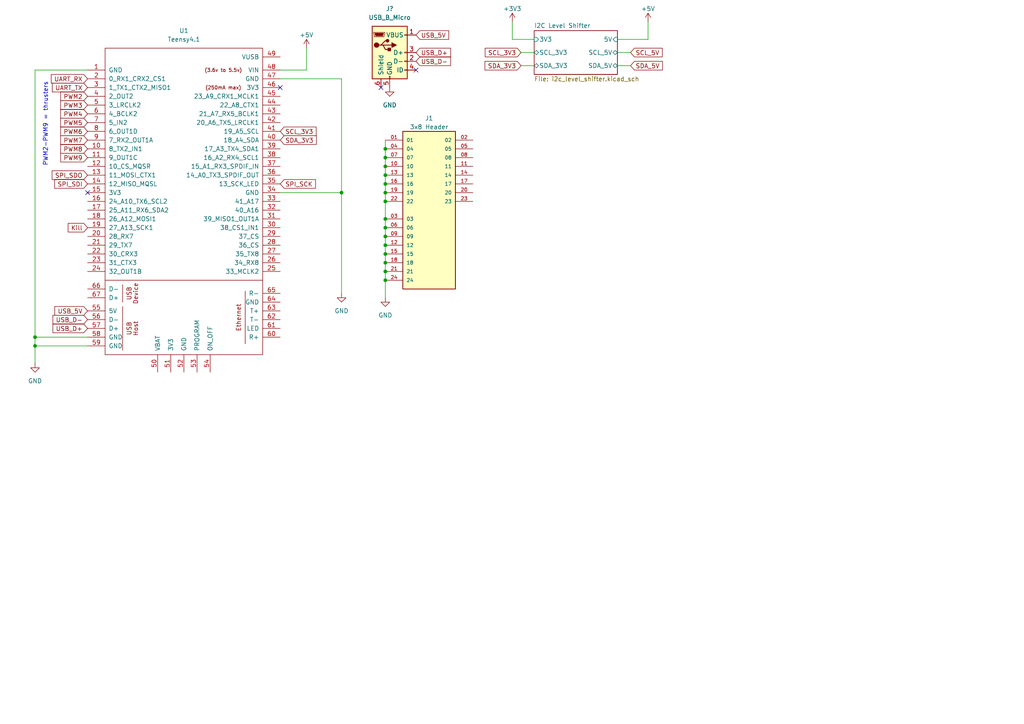
<source format=kicad_sch>
(kicad_sch (version 20230121) (generator eeschema)

  (uuid 74b566fe-9d71-4817-95ed-d472d647f8c8)

  (paper "A4")

  (title_block
    (title "MuddSub Signal Board")
    (date "2023-02-25")
    (rev "1")
  )

  (lib_symbols
    (symbol "3x8 Header:TSW-108-07-G-T" (pin_names (offset 1.016)) (in_bom yes) (on_board yes)
      (property "Reference" "J" (at -8.12 22.86 0)
        (effects (font (size 1.27 1.27)) (justify left bottom))
      )
      (property "Value" "TSW-108-07-G-T" (at -7.62 -25.4 0)
        (effects (font (size 1.27 1.27)) (justify left bottom))
      )
      (property "Footprint" "SAMTEC_TSW-108-07-G-T" (at 0 0 0)
        (effects (font (size 1.27 1.27)) (justify bottom) hide)
      )
      (property "Datasheet" "" (at 0 0 0)
        (effects (font (size 1.27 1.27)) hide)
      )
      (property "STANDARD" "Manufacturer Recommendations" (at 0 0 0)
        (effects (font (size 1.27 1.27)) (justify bottom) hide)
      )
      (property "PARTREV" "R" (at 0 0 0)
        (effects (font (size 1.27 1.27)) (justify bottom) hide)
      )
      (property "MANUFACTURER" "Samtec" (at 0 0 0)
        (effects (font (size 1.27 1.27)) (justify bottom) hide)
      )
      (symbol "TSW-108-07-G-T_0_0"
        (rectangle (start -7.62 -22.86) (end 7.62 22.86)
          (stroke (width 0.254) (type default))
          (fill (type background))
        )
        (pin passive line (at -12.7 20.32 0) (length 5.08)
          (name "01" (effects (font (size 1.016 1.016))))
          (number "01" (effects (font (size 1.016 1.016))))
        )
        (pin passive line (at 12.7 20.32 180) (length 5.08)
          (name "02" (effects (font (size 1.016 1.016))))
          (number "02" (effects (font (size 1.016 1.016))))
        )
        (pin passive line (at -12.7 -2.54 0) (length 5.08)
          (name "03" (effects (font (size 1.016 1.016))))
          (number "03" (effects (font (size 1.016 1.016))))
        )
        (pin passive line (at -12.7 17.78 0) (length 5.08)
          (name "04" (effects (font (size 1.016 1.016))))
          (number "04" (effects (font (size 1.016 1.016))))
        )
        (pin passive line (at 12.7 17.78 180) (length 5.08)
          (name "05" (effects (font (size 1.016 1.016))))
          (number "05" (effects (font (size 1.016 1.016))))
        )
        (pin passive line (at -12.7 -5.08 0) (length 5.08)
          (name "06" (effects (font (size 1.016 1.016))))
          (number "06" (effects (font (size 1.016 1.016))))
        )
        (pin passive line (at -12.7 15.24 0) (length 5.08)
          (name "07" (effects (font (size 1.016 1.016))))
          (number "07" (effects (font (size 1.016 1.016))))
        )
        (pin passive line (at 12.7 15.24 180) (length 5.08)
          (name "08" (effects (font (size 1.016 1.016))))
          (number "08" (effects (font (size 1.016 1.016))))
        )
        (pin passive line (at -12.7 -7.62 0) (length 5.08)
          (name "09" (effects (font (size 1.016 1.016))))
          (number "09" (effects (font (size 1.016 1.016))))
        )
        (pin passive line (at -12.7 12.7 0) (length 5.08)
          (name "10" (effects (font (size 1.016 1.016))))
          (number "10" (effects (font (size 1.016 1.016))))
        )
        (pin passive line (at 12.7 12.7 180) (length 5.08)
          (name "11" (effects (font (size 1.016 1.016))))
          (number "11" (effects (font (size 1.016 1.016))))
        )
        (pin passive line (at -12.7 -10.16 0) (length 5.08)
          (name "12" (effects (font (size 1.016 1.016))))
          (number "12" (effects (font (size 1.016 1.016))))
        )
        (pin passive line (at -12.7 10.16 0) (length 5.08)
          (name "13" (effects (font (size 1.016 1.016))))
          (number "13" (effects (font (size 1.016 1.016))))
        )
        (pin passive line (at 12.7 10.16 180) (length 5.08)
          (name "14" (effects (font (size 1.016 1.016))))
          (number "14" (effects (font (size 1.016 1.016))))
        )
        (pin passive line (at -12.7 -12.7 0) (length 5.08)
          (name "15" (effects (font (size 1.016 1.016))))
          (number "15" (effects (font (size 1.016 1.016))))
        )
        (pin passive line (at -12.7 7.62 0) (length 5.08)
          (name "16" (effects (font (size 1.016 1.016))))
          (number "16" (effects (font (size 1.016 1.016))))
        )
        (pin passive line (at 12.7 7.62 180) (length 5.08)
          (name "17" (effects (font (size 1.016 1.016))))
          (number "17" (effects (font (size 1.016 1.016))))
        )
        (pin passive line (at -12.7 -15.24 0) (length 5.08)
          (name "18" (effects (font (size 1.016 1.016))))
          (number "18" (effects (font (size 1.016 1.016))))
        )
        (pin passive line (at -12.7 5.08 0) (length 5.08)
          (name "19" (effects (font (size 1.016 1.016))))
          (number "19" (effects (font (size 1.016 1.016))))
        )
        (pin passive line (at 12.7 5.08 180) (length 5.08)
          (name "20" (effects (font (size 1.016 1.016))))
          (number "20" (effects (font (size 1.016 1.016))))
        )
        (pin passive line (at -12.7 -17.78 0) (length 5.08)
          (name "21" (effects (font (size 1.016 1.016))))
          (number "21" (effects (font (size 1.016 1.016))))
        )
        (pin passive line (at -12.7 2.54 0) (length 5.08)
          (name "22" (effects (font (size 1.016 1.016))))
          (number "22" (effects (font (size 1.016 1.016))))
        )
        (pin passive line (at 12.7 2.54 180) (length 5.08)
          (name "23" (effects (font (size 1.016 1.016))))
          (number "23" (effects (font (size 1.016 1.016))))
        )
        (pin passive line (at -12.7 -20.32 0) (length 5.08)
          (name "24" (effects (font (size 1.016 1.016))))
          (number "24" (effects (font (size 1.016 1.016))))
        )
      )
    )
    (symbol "Connector:USB_B_Micro" (pin_names (offset 1.016)) (in_bom yes) (on_board yes)
      (property "Reference" "J" (at -5.08 11.43 0)
        (effects (font (size 1.27 1.27)) (justify left))
      )
      (property "Value" "USB_B_Micro" (at -5.08 8.89 0)
        (effects (font (size 1.27 1.27)) (justify left))
      )
      (property "Footprint" "" (at 3.81 -1.27 0)
        (effects (font (size 1.27 1.27)) hide)
      )
      (property "Datasheet" "~" (at 3.81 -1.27 0)
        (effects (font (size 1.27 1.27)) hide)
      )
      (property "ki_keywords" "connector USB micro" (at 0 0 0)
        (effects (font (size 1.27 1.27)) hide)
      )
      (property "ki_description" "USB Micro Type B connector" (at 0 0 0)
        (effects (font (size 1.27 1.27)) hide)
      )
      (property "ki_fp_filters" "USB*" (at 0 0 0)
        (effects (font (size 1.27 1.27)) hide)
      )
      (symbol "USB_B_Micro_0_1"
        (rectangle (start -5.08 -7.62) (end 5.08 7.62)
          (stroke (width 0.254) (type default))
          (fill (type background))
        )
        (circle (center -3.81 2.159) (radius 0.635)
          (stroke (width 0.254) (type default))
          (fill (type outline))
        )
        (circle (center -0.635 3.429) (radius 0.381)
          (stroke (width 0.254) (type default))
          (fill (type outline))
        )
        (rectangle (start -0.127 -7.62) (end 0.127 -6.858)
          (stroke (width 0) (type default))
          (fill (type none))
        )
        (polyline
          (pts
            (xy -1.905 2.159)
            (xy 0.635 2.159)
          )
          (stroke (width 0.254) (type default))
          (fill (type none))
        )
        (polyline
          (pts
            (xy -3.175 2.159)
            (xy -2.54 2.159)
            (xy -1.27 3.429)
            (xy -0.635 3.429)
          )
          (stroke (width 0.254) (type default))
          (fill (type none))
        )
        (polyline
          (pts
            (xy -2.54 2.159)
            (xy -1.905 2.159)
            (xy -1.27 0.889)
            (xy 0 0.889)
          )
          (stroke (width 0.254) (type default))
          (fill (type none))
        )
        (polyline
          (pts
            (xy 0.635 2.794)
            (xy 0.635 1.524)
            (xy 1.905 2.159)
            (xy 0.635 2.794)
          )
          (stroke (width 0.254) (type default))
          (fill (type outline))
        )
        (polyline
          (pts
            (xy -4.318 5.588)
            (xy -1.778 5.588)
            (xy -2.032 4.826)
            (xy -4.064 4.826)
            (xy -4.318 5.588)
          )
          (stroke (width 0) (type default))
          (fill (type outline))
        )
        (polyline
          (pts
            (xy -4.699 5.842)
            (xy -4.699 5.588)
            (xy -4.445 4.826)
            (xy -4.445 4.572)
            (xy -1.651 4.572)
            (xy -1.651 4.826)
            (xy -1.397 5.588)
            (xy -1.397 5.842)
            (xy -4.699 5.842)
          )
          (stroke (width 0) (type default))
          (fill (type none))
        )
        (rectangle (start 0.254 1.27) (end -0.508 0.508)
          (stroke (width 0.254) (type default))
          (fill (type outline))
        )
        (rectangle (start 5.08 -5.207) (end 4.318 -4.953)
          (stroke (width 0) (type default))
          (fill (type none))
        )
        (rectangle (start 5.08 -2.667) (end 4.318 -2.413)
          (stroke (width 0) (type default))
          (fill (type none))
        )
        (rectangle (start 5.08 -0.127) (end 4.318 0.127)
          (stroke (width 0) (type default))
          (fill (type none))
        )
        (rectangle (start 5.08 4.953) (end 4.318 5.207)
          (stroke (width 0) (type default))
          (fill (type none))
        )
      )
      (symbol "USB_B_Micro_1_1"
        (pin power_out line (at 7.62 5.08 180) (length 2.54)
          (name "VBUS" (effects (font (size 1.27 1.27))))
          (number "1" (effects (font (size 1.27 1.27))))
        )
        (pin bidirectional line (at 7.62 -2.54 180) (length 2.54)
          (name "D-" (effects (font (size 1.27 1.27))))
          (number "2" (effects (font (size 1.27 1.27))))
        )
        (pin bidirectional line (at 7.62 0 180) (length 2.54)
          (name "D+" (effects (font (size 1.27 1.27))))
          (number "3" (effects (font (size 1.27 1.27))))
        )
        (pin passive line (at 7.62 -5.08 180) (length 2.54)
          (name "ID" (effects (font (size 1.27 1.27))))
          (number "4" (effects (font (size 1.27 1.27))))
        )
        (pin power_out line (at 0 -10.16 90) (length 2.54)
          (name "GND" (effects (font (size 1.27 1.27))))
          (number "5" (effects (font (size 1.27 1.27))))
        )
        (pin passive line (at -2.54 -10.16 90) (length 2.54)
          (name "Shield" (effects (font (size 1.27 1.27))))
          (number "6" (effects (font (size 1.27 1.27))))
        )
      )
    )
    (symbol "Teensy:Teensy4.1" (pin_names (offset 1.016)) (in_bom yes) (on_board yes)
      (property "Reference" "U" (at 0 64.77 0)
        (effects (font (size 1.27 1.27)))
      )
      (property "Value" "Teensy4.1" (at 0 62.23 0)
        (effects (font (size 1.27 1.27)))
      )
      (property "Footprint" "" (at -10.16 10.16 0)
        (effects (font (size 1.27 1.27)) hide)
      )
      (property "Datasheet" "" (at -10.16 10.16 0)
        (effects (font (size 1.27 1.27)) hide)
      )
      (symbol "Teensy4.1_0_0"
        (polyline
          (pts
            (xy -22.86 -6.35)
            (xy 22.86 -6.35)
          )
          (stroke (width 0) (type default))
          (fill (type none))
        )
        (polyline
          (pts
            (xy -17.78 -26.67)
            (xy -17.78 -13.97)
          )
          (stroke (width 0) (type default))
          (fill (type none))
        )
        (polyline
          (pts
            (xy -17.78 -7.62)
            (xy -17.78 -12.7)
          )
          (stroke (width 0) (type default))
          (fill (type none))
        )
        (polyline
          (pts
            (xy 17.78 -9.525)
            (xy 17.78 -24.765)
          )
          (stroke (width 0) (type default))
          (fill (type none))
        )
        (text "(250mA max)" (at 11.43 49.53 0)
          (effects (font (size 1.016 1.016)))
        )
        (text "(3.6v to 5.5v)" (at 11.43 54.61 0)
          (effects (font (size 1.016 1.016)))
        )
        (text "Device" (at -13.97 -10.16 900)
          (effects (font (size 1.27 1.27)))
        )
        (text "Ethernet" (at 15.875 -17.145 900)
          (effects (font (size 1.27 1.27)))
        )
        (text "Host" (at -13.97 -20.32 900)
          (effects (font (size 1.27 1.27)))
        )
        (text "USB" (at -15.875 -20.32 900)
          (effects (font (size 1.27 1.27)))
        )
        (text "USB" (at -15.875 -10.16 900)
          (effects (font (size 1.27 1.27)))
        )
        (pin bidirectional line (at -27.94 31.75 0) (length 5.08)
          (name "8_TX2_IN1" (effects (font (size 1.27 1.27))))
          (number "10" (effects (font (size 1.27 1.27))))
        )
        (pin bidirectional line (at -27.94 29.21 0) (length 5.08)
          (name "9_OUT1C" (effects (font (size 1.27 1.27))))
          (number "11" (effects (font (size 1.27 1.27))))
        )
        (pin bidirectional line (at -27.94 26.67 0) (length 5.08)
          (name "10_CS_MQSR" (effects (font (size 1.27 1.27))))
          (number "12" (effects (font (size 1.27 1.27))))
        )
        (pin bidirectional line (at -27.94 24.13 0) (length 5.08)
          (name "11_MOSI_CTX1" (effects (font (size 1.27 1.27))))
          (number "13" (effects (font (size 1.27 1.27))))
        )
        (pin bidirectional line (at -27.94 21.59 0) (length 5.08)
          (name "12_MISO_MQSL" (effects (font (size 1.27 1.27))))
          (number "14" (effects (font (size 1.27 1.27))))
        )
        (pin power_in line (at -27.94 19.05 0) (length 5.08)
          (name "3V3" (effects (font (size 1.27 1.27))))
          (number "15" (effects (font (size 1.27 1.27))))
        )
        (pin bidirectional line (at -27.94 16.51 0) (length 5.08)
          (name "24_A10_TX6_SCL2" (effects (font (size 1.27 1.27))))
          (number "16" (effects (font (size 1.27 1.27))))
        )
        (pin bidirectional line (at -27.94 13.97 0) (length 5.08)
          (name "25_A11_RX6_SDA2" (effects (font (size 1.27 1.27))))
          (number "17" (effects (font (size 1.27 1.27))))
        )
        (pin bidirectional line (at -27.94 11.43 0) (length 5.08)
          (name "26_A12_MOSI1" (effects (font (size 1.27 1.27))))
          (number "18" (effects (font (size 1.27 1.27))))
        )
        (pin bidirectional line (at -27.94 8.89 0) (length 5.08)
          (name "27_A13_SCK1" (effects (font (size 1.27 1.27))))
          (number "19" (effects (font (size 1.27 1.27))))
        )
        (pin bidirectional line (at -27.94 6.35 0) (length 5.08)
          (name "28_RX7" (effects (font (size 1.27 1.27))))
          (number "20" (effects (font (size 1.27 1.27))))
        )
        (pin bidirectional line (at -27.94 3.81 0) (length 5.08)
          (name "29_TX7" (effects (font (size 1.27 1.27))))
          (number "21" (effects (font (size 1.27 1.27))))
        )
        (pin bidirectional line (at -27.94 1.27 0) (length 5.08)
          (name "30_CRX3" (effects (font (size 1.27 1.27))))
          (number "22" (effects (font (size 1.27 1.27))))
        )
        (pin bidirectional line (at -27.94 -1.27 0) (length 5.08)
          (name "31_CTX3" (effects (font (size 1.27 1.27))))
          (number "23" (effects (font (size 1.27 1.27))))
        )
        (pin bidirectional line (at -27.94 -3.81 0) (length 5.08)
          (name "32_OUT1B" (effects (font (size 1.27 1.27))))
          (number "24" (effects (font (size 1.27 1.27))))
        )
        (pin bidirectional line (at 27.94 -3.81 180) (length 5.08)
          (name "33_MCLK2" (effects (font (size 1.27 1.27))))
          (number "25" (effects (font (size 1.27 1.27))))
        )
        (pin bidirectional line (at 27.94 -1.27 180) (length 5.08)
          (name "34_RX8" (effects (font (size 1.27 1.27))))
          (number "26" (effects (font (size 1.27 1.27))))
        )
        (pin bidirectional line (at 27.94 1.27 180) (length 5.08)
          (name "35_TX8" (effects (font (size 1.27 1.27))))
          (number "27" (effects (font (size 1.27 1.27))))
        )
        (pin bidirectional line (at 27.94 3.81 180) (length 5.08)
          (name "36_CS" (effects (font (size 1.27 1.27))))
          (number "28" (effects (font (size 1.27 1.27))))
        )
        (pin bidirectional line (at 27.94 6.35 180) (length 5.08)
          (name "37_CS" (effects (font (size 1.27 1.27))))
          (number "29" (effects (font (size 1.27 1.27))))
        )
        (pin bidirectional line (at 27.94 8.89 180) (length 5.08)
          (name "38_CS1_IN1" (effects (font (size 1.27 1.27))))
          (number "30" (effects (font (size 1.27 1.27))))
        )
        (pin bidirectional line (at 27.94 11.43 180) (length 5.08)
          (name "39_MISO1_OUT1A" (effects (font (size 1.27 1.27))))
          (number "31" (effects (font (size 1.27 1.27))))
        )
        (pin bidirectional line (at 27.94 13.97 180) (length 5.08)
          (name "40_A16" (effects (font (size 1.27 1.27))))
          (number "32" (effects (font (size 1.27 1.27))))
        )
        (pin bidirectional line (at 27.94 16.51 180) (length 5.08)
          (name "41_A17" (effects (font (size 1.27 1.27))))
          (number "33" (effects (font (size 1.27 1.27))))
        )
        (pin bidirectional line (at 27.94 21.59 180) (length 5.08)
          (name "13_SCK_LED" (effects (font (size 1.27 1.27))))
          (number "35" (effects (font (size 1.27 1.27))))
        )
        (pin bidirectional line (at 27.94 24.13 180) (length 5.08)
          (name "14_A0_TX3_SPDIF_OUT" (effects (font (size 1.27 1.27))))
          (number "36" (effects (font (size 1.27 1.27))))
        )
        (pin bidirectional line (at 27.94 26.67 180) (length 5.08)
          (name "15_A1_RX3_SPDIF_IN" (effects (font (size 1.27 1.27))))
          (number "37" (effects (font (size 1.27 1.27))))
        )
        (pin bidirectional line (at 27.94 29.21 180) (length 5.08)
          (name "16_A2_RX4_SCL1" (effects (font (size 1.27 1.27))))
          (number "38" (effects (font (size 1.27 1.27))))
        )
        (pin bidirectional line (at 27.94 31.75 180) (length 5.08)
          (name "17_A3_TX4_SDA1" (effects (font (size 1.27 1.27))))
          (number "39" (effects (font (size 1.27 1.27))))
        )
        (pin bidirectional line (at 27.94 34.29 180) (length 5.08)
          (name "18_A4_SDA" (effects (font (size 1.27 1.27))))
          (number "40" (effects (font (size 1.27 1.27))))
        )
        (pin bidirectional line (at 27.94 36.83 180) (length 5.08)
          (name "19_A5_SCL" (effects (font (size 1.27 1.27))))
          (number "41" (effects (font (size 1.27 1.27))))
        )
        (pin bidirectional line (at 27.94 39.37 180) (length 5.08)
          (name "20_A6_TX5_LRCLK1" (effects (font (size 1.27 1.27))))
          (number "42" (effects (font (size 1.27 1.27))))
        )
        (pin bidirectional line (at 27.94 41.91 180) (length 5.08)
          (name "21_A7_RX5_BCLK1" (effects (font (size 1.27 1.27))))
          (number "43" (effects (font (size 1.27 1.27))))
        )
        (pin bidirectional line (at 27.94 44.45 180) (length 5.08)
          (name "22_A8_CTX1" (effects (font (size 1.27 1.27))))
          (number "44" (effects (font (size 1.27 1.27))))
        )
        (pin bidirectional line (at 27.94 46.99 180) (length 5.08)
          (name "23_A9_CRX1_MCLK1" (effects (font (size 1.27 1.27))))
          (number "45" (effects (font (size 1.27 1.27))))
        )
        (pin output line (at 27.94 49.53 180) (length 5.08)
          (name "3V3" (effects (font (size 1.27 1.27))))
          (number "46" (effects (font (size 1.27 1.27))))
        )
        (pin output line (at 27.94 52.07 180) (length 5.08)
          (name "GND" (effects (font (size 1.27 1.27))))
          (number "47" (effects (font (size 1.27 1.27))))
        )
        (pin power_in line (at 27.94 54.61 180) (length 5.08)
          (name "VIN" (effects (font (size 1.27 1.27))))
          (number "48" (effects (font (size 1.27 1.27))))
        )
        (pin power_out line (at 27.94 58.42 180) (length 5.08)
          (name "VUSB" (effects (font (size 1.27 1.27))))
          (number "49" (effects (font (size 1.27 1.27))))
        )
        (pin bidirectional line (at -27.94 44.45 0) (length 5.08)
          (name "3_LRCLK2" (effects (font (size 1.27 1.27))))
          (number "5" (effects (font (size 1.27 1.27))))
        )
        (pin power_in line (at -7.62 -33.02 90) (length 5.08)
          (name "VBAT" (effects (font (size 1.27 1.27))))
          (number "50" (effects (font (size 1.27 1.27))))
        )
        (pin power_in line (at -3.81 -33.02 90) (length 5.08)
          (name "3V3" (effects (font (size 1.27 1.27))))
          (number "51" (effects (font (size 1.27 1.27))))
        )
        (pin input line (at 0 -33.02 90) (length 5.08)
          (name "GND" (effects (font (size 1.27 1.27))))
          (number "52" (effects (font (size 1.27 1.27))))
        )
        (pin input line (at 3.81 -33.02 90) (length 5.08)
          (name "PROGRAM" (effects (font (size 1.27 1.27))))
          (number "53" (effects (font (size 1.27 1.27))))
        )
        (pin input line (at 7.62 -33.02 90) (length 5.08)
          (name "ON_OFF" (effects (font (size 1.27 1.27))))
          (number "54" (effects (font (size 1.27 1.27))))
        )
        (pin power_out line (at -27.94 -15.24 0) (length 5.08)
          (name "5V" (effects (font (size 1.27 1.27))))
          (number "55" (effects (font (size 1.27 1.27))))
        )
        (pin bidirectional line (at -27.94 -17.78 0) (length 5.08)
          (name "D-" (effects (font (size 1.27 1.27))))
          (number "56" (effects (font (size 1.27 1.27))))
        )
        (pin bidirectional line (at -27.94 -20.32 0) (length 5.08)
          (name "D+" (effects (font (size 1.27 1.27))))
          (number "57" (effects (font (size 1.27 1.27))))
        )
        (pin power_in line (at -27.94 -22.86 0) (length 5.08)
          (name "GND" (effects (font (size 1.27 1.27))))
          (number "58" (effects (font (size 1.27 1.27))))
        )
        (pin power_in line (at -27.94 -25.4 0) (length 5.08)
          (name "GND" (effects (font (size 1.27 1.27))))
          (number "59" (effects (font (size 1.27 1.27))))
        )
        (pin bidirectional line (at -27.94 41.91 0) (length 5.08)
          (name "4_BCLK2" (effects (font (size 1.27 1.27))))
          (number "6" (effects (font (size 1.27 1.27))))
        )
        (pin bidirectional line (at 27.94 -22.86 180) (length 5.08)
          (name "R+" (effects (font (size 1.27 1.27))))
          (number "60" (effects (font (size 1.27 1.27))))
        )
        (pin bidirectional line (at 27.94 -20.32 180) (length 5.08)
          (name "LED" (effects (font (size 1.27 1.27))))
          (number "61" (effects (font (size 1.27 1.27))))
        )
        (pin bidirectional line (at 27.94 -17.78 180) (length 5.08)
          (name "T-" (effects (font (size 1.27 1.27))))
          (number "62" (effects (font (size 1.27 1.27))))
        )
        (pin bidirectional line (at 27.94 -15.24 180) (length 5.08)
          (name "T+" (effects (font (size 1.27 1.27))))
          (number "63" (effects (font (size 1.27 1.27))))
        )
        (pin power_in line (at 27.94 -12.7 180) (length 5.08)
          (name "GND" (effects (font (size 1.27 1.27))))
          (number "64" (effects (font (size 1.27 1.27))))
        )
        (pin bidirectional line (at 27.94 -10.16 180) (length 5.08)
          (name "R-" (effects (font (size 1.27 1.27))))
          (number "65" (effects (font (size 1.27 1.27))))
        )
        (pin bidirectional line (at -27.94 -8.89 0) (length 5.08)
          (name "D-" (effects (font (size 1.27 1.27))))
          (number "66" (effects (font (size 1.27 1.27))))
        )
        (pin bidirectional line (at -27.94 -11.43 0) (length 5.08)
          (name "D+" (effects (font (size 1.27 1.27))))
          (number "67" (effects (font (size 1.27 1.27))))
        )
        (pin bidirectional line (at -27.94 39.37 0) (length 5.08)
          (name "5_IN2" (effects (font (size 1.27 1.27))))
          (number "7" (effects (font (size 1.27 1.27))))
        )
        (pin bidirectional line (at -27.94 36.83 0) (length 5.08)
          (name "6_OUT1D" (effects (font (size 1.27 1.27))))
          (number "8" (effects (font (size 1.27 1.27))))
        )
        (pin bidirectional line (at -27.94 34.29 0) (length 5.08)
          (name "7_RX2_OUT1A" (effects (font (size 1.27 1.27))))
          (number "9" (effects (font (size 1.27 1.27))))
        )
      )
      (symbol "Teensy4.1_0_1"
        (rectangle (start -22.86 60.96) (end 22.86 -27.94)
          (stroke (width 0) (type default))
          (fill (type none))
        )
        (rectangle (start -20.32 -1.27) (end -20.32 -1.27)
          (stroke (width 0) (type default))
          (fill (type none))
        )
      )
      (symbol "Teensy4.1_1_1"
        (pin power_in line (at -27.94 54.61 0) (length 5.08)
          (name "GND" (effects (font (size 1.27 1.27))))
          (number "1" (effects (font (size 1.27 1.27))))
        )
        (pin bidirectional line (at -27.94 52.07 0) (length 5.08)
          (name "0_RX1_CRX2_CS1" (effects (font (size 1.27 1.27))))
          (number "2" (effects (font (size 1.27 1.27))))
        )
        (pin bidirectional line (at -27.94 49.53 0) (length 5.08)
          (name "1_TX1_CTX2_MISO1" (effects (font (size 1.27 1.27))))
          (number "3" (effects (font (size 1.27 1.27))))
        )
        (pin power_in line (at 27.94 19.05 180) (length 5.08)
          (name "GND" (effects (font (size 1.27 1.27))))
          (number "34" (effects (font (size 1.27 1.27))))
        )
        (pin bidirectional line (at -27.94 46.99 0) (length 5.08)
          (name "2_OUT2" (effects (font (size 1.27 1.27))))
          (number "4" (effects (font (size 1.27 1.27))))
        )
      )
    )
    (symbol "power:+3V3" (power) (pin_names (offset 0)) (in_bom yes) (on_board yes)
      (property "Reference" "#PWR" (at 0 -3.81 0)
        (effects (font (size 1.27 1.27)) hide)
      )
      (property "Value" "+3V3" (at 0 3.556 0)
        (effects (font (size 1.27 1.27)))
      )
      (property "Footprint" "" (at 0 0 0)
        (effects (font (size 1.27 1.27)) hide)
      )
      (property "Datasheet" "" (at 0 0 0)
        (effects (font (size 1.27 1.27)) hide)
      )
      (property "ki_keywords" "global power" (at 0 0 0)
        (effects (font (size 1.27 1.27)) hide)
      )
      (property "ki_description" "Power symbol creates a global label with name \"+3V3\"" (at 0 0 0)
        (effects (font (size 1.27 1.27)) hide)
      )
      (symbol "+3V3_0_1"
        (polyline
          (pts
            (xy -0.762 1.27)
            (xy 0 2.54)
          )
          (stroke (width 0) (type default))
          (fill (type none))
        )
        (polyline
          (pts
            (xy 0 0)
            (xy 0 2.54)
          )
          (stroke (width 0) (type default))
          (fill (type none))
        )
        (polyline
          (pts
            (xy 0 2.54)
            (xy 0.762 1.27)
          )
          (stroke (width 0) (type default))
          (fill (type none))
        )
      )
      (symbol "+3V3_1_1"
        (pin power_in line (at 0 0 90) (length 0) hide
          (name "+3V3" (effects (font (size 1.27 1.27))))
          (number "1" (effects (font (size 1.27 1.27))))
        )
      )
    )
    (symbol "power:+5V" (power) (pin_names (offset 0)) (in_bom yes) (on_board yes)
      (property "Reference" "#PWR" (at 0 -3.81 0)
        (effects (font (size 1.27 1.27)) hide)
      )
      (property "Value" "+5V" (at 0 3.556 0)
        (effects (font (size 1.27 1.27)))
      )
      (property "Footprint" "" (at 0 0 0)
        (effects (font (size 1.27 1.27)) hide)
      )
      (property "Datasheet" "" (at 0 0 0)
        (effects (font (size 1.27 1.27)) hide)
      )
      (property "ki_keywords" "global power" (at 0 0 0)
        (effects (font (size 1.27 1.27)) hide)
      )
      (property "ki_description" "Power symbol creates a global label with name \"+5V\"" (at 0 0 0)
        (effects (font (size 1.27 1.27)) hide)
      )
      (symbol "+5V_0_1"
        (polyline
          (pts
            (xy -0.762 1.27)
            (xy 0 2.54)
          )
          (stroke (width 0) (type default))
          (fill (type none))
        )
        (polyline
          (pts
            (xy 0 0)
            (xy 0 2.54)
          )
          (stroke (width 0) (type default))
          (fill (type none))
        )
        (polyline
          (pts
            (xy 0 2.54)
            (xy 0.762 1.27)
          )
          (stroke (width 0) (type default))
          (fill (type none))
        )
      )
      (symbol "+5V_1_1"
        (pin power_in line (at 0 0 90) (length 0) hide
          (name "+5V" (effects (font (size 1.27 1.27))))
          (number "1" (effects (font (size 1.27 1.27))))
        )
      )
    )
    (symbol "power:GND" (power) (pin_names (offset 0)) (in_bom yes) (on_board yes)
      (property "Reference" "#PWR" (at 0 -6.35 0)
        (effects (font (size 1.27 1.27)) hide)
      )
      (property "Value" "GND" (at 0 -3.81 0)
        (effects (font (size 1.27 1.27)))
      )
      (property "Footprint" "" (at 0 0 0)
        (effects (font (size 1.27 1.27)) hide)
      )
      (property "Datasheet" "" (at 0 0 0)
        (effects (font (size 1.27 1.27)) hide)
      )
      (property "ki_keywords" "global power" (at 0 0 0)
        (effects (font (size 1.27 1.27)) hide)
      )
      (property "ki_description" "Power symbol creates a global label with name \"GND\" , ground" (at 0 0 0)
        (effects (font (size 1.27 1.27)) hide)
      )
      (symbol "GND_0_1"
        (polyline
          (pts
            (xy 0 0)
            (xy 0 -1.27)
            (xy 1.27 -1.27)
            (xy 0 -2.54)
            (xy -1.27 -1.27)
            (xy 0 -1.27)
          )
          (stroke (width 0) (type default))
          (fill (type none))
        )
      )
      (symbol "GND_1_1"
        (pin power_in line (at 0 0 270) (length 0) hide
          (name "GND" (effects (font (size 1.27 1.27))))
          (number "1" (effects (font (size 1.27 1.27))))
        )
      )
    )
  )

  (junction (at 111.76 48.26) (diameter 0) (color 0 0 0 0)
    (uuid 055ec72f-12ef-479e-9451-44954970c970)
  )
  (junction (at 111.76 81.28) (diameter 0) (color 0 0 0 0)
    (uuid 077ad8bc-e635-40f8-b342-f8b210a7391d)
  )
  (junction (at 111.76 73.66) (diameter 0) (color 0 0 0 0)
    (uuid 0ed14ca6-4841-4e0f-8db4-660f822deb25)
  )
  (junction (at 111.76 50.8) (diameter 0) (color 0 0 0 0)
    (uuid 1f572e7c-952f-42cb-8c63-4da277a73440)
  )
  (junction (at 111.76 76.2) (diameter 0) (color 0 0 0 0)
    (uuid 49876296-daf7-49eb-a030-6520612d3af3)
  )
  (junction (at 111.76 43.18) (diameter 0) (color 0 0 0 0)
    (uuid 512321dd-ab81-458f-922a-6917abc420e8)
  )
  (junction (at 10.16 97.79) (diameter 0) (color 0 0 0 0)
    (uuid 630403e1-f850-44b0-9344-58e2cff66870)
  )
  (junction (at 111.76 71.12) (diameter 0) (color 0 0 0 0)
    (uuid 64dc1be2-3999-4f54-a7df-3ec0c6d3b329)
  )
  (junction (at 111.76 63.5) (diameter 0) (color 0 0 0 0)
    (uuid a2f76d33-19bb-4691-8235-ca5e01b7d74d)
  )
  (junction (at 99.06 55.88) (diameter 0) (color 0 0 0 0)
    (uuid b73a05c2-8f21-4985-abdf-9886f2e132bd)
  )
  (junction (at 111.76 66.04) (diameter 0) (color 0 0 0 0)
    (uuid b7558d7a-f10b-4734-bbe2-edfa9f229d4e)
  )
  (junction (at 10.16 100.33) (diameter 0) (color 0 0 0 0)
    (uuid bd83bbf7-94fa-40c1-890f-7efdcb3a9150)
  )
  (junction (at 111.76 55.88) (diameter 0) (color 0 0 0 0)
    (uuid ca2d5f60-85aa-46b0-8d98-e51238014baf)
  )
  (junction (at 111.76 78.74) (diameter 0) (color 0 0 0 0)
    (uuid d29fa14d-e52a-4e88-9b7e-32642a904c62)
  )
  (junction (at 111.76 53.34) (diameter 0) (color 0 0 0 0)
    (uuid e7fd6adb-8428-456a-b9a4-aa81c5dbfd5e)
  )
  (junction (at 111.76 68.58) (diameter 0) (color 0 0 0 0)
    (uuid e85e60be-1117-48cd-94ee-201e085cd0fe)
  )
  (junction (at 111.76 58.42) (diameter 0) (color 0 0 0 0)
    (uuid f0c9d519-50e4-4ee0-be84-680205f23af1)
  )
  (junction (at 111.76 45.72) (diameter 0) (color 0 0 0 0)
    (uuid f7532170-f874-4bb8-a13c-8de3993a3315)
  )

  (no_connect (at 120.65 20.32) (uuid 2e053718-eeda-4d84-849d-7b882a69f17e))
  (no_connect (at 110.49 25.4) (uuid 546daa21-19f6-4e92-944a-64c0e4ec5492))
  (no_connect (at 81.28 25.4) (uuid 97a82821-8c76-455f-bd40-aff3dd6bb2e1))
  (no_connect (at 25.4 55.88) (uuid c49167a2-c038-4ce3-a895-341dc430f218))

  (wire (pts (xy 88.9 20.32) (xy 81.28 20.32))
    (stroke (width 0) (type default))
    (uuid 09e26001-3170-4495-a8e7-774b1e8a064d)
  )
  (wire (pts (xy 10.16 20.32) (xy 25.4 20.32))
    (stroke (width 0) (type default))
    (uuid 11bf4e49-4edc-4435-a678-8fbf0378cae7)
  )
  (wire (pts (xy 10.16 100.33) (xy 10.16 97.79))
    (stroke (width 0) (type default))
    (uuid 1282d44b-03b9-4393-8d2b-e3fa3639b7de)
  )
  (wire (pts (xy 81.28 55.88) (xy 99.06 55.88))
    (stroke (width 0) (type default))
    (uuid 156099a5-309d-4b1b-aad7-6f383ecf270b)
  )
  (wire (pts (xy 111.76 43.18) (xy 111.76 45.72))
    (stroke (width 0) (type default))
    (uuid 16c3d4b8-39ba-482d-9c7a-d13dfb8f8f28)
  )
  (wire (pts (xy 111.76 63.5) (xy 111.76 66.04))
    (stroke (width 0) (type default))
    (uuid 17c36bed-baca-440e-8eb8-cad62a577d1d)
  )
  (wire (pts (xy 10.16 97.79) (xy 25.4 97.79))
    (stroke (width 0) (type default))
    (uuid 1ebae8a5-6042-4141-8746-294d7372acac)
  )
  (wire (pts (xy 111.76 48.26) (xy 111.76 50.8))
    (stroke (width 0) (type default))
    (uuid 235f3144-f864-4e3d-bf42-572af04500fd)
  )
  (wire (pts (xy 148.59 6.35) (xy 148.59 11.43))
    (stroke (width 0) (type default))
    (uuid 262e4e4c-40dc-42d8-85e1-8f71badc5f09)
  )
  (wire (pts (xy 111.76 71.12) (xy 111.76 73.66))
    (stroke (width 0) (type default))
    (uuid 3b4f543d-79f2-4ef2-82ae-dbb9cce30cf3)
  )
  (wire (pts (xy 111.76 73.66) (xy 111.76 76.2))
    (stroke (width 0) (type default))
    (uuid 40a72052-778c-47af-8171-4b2767c73ab7)
  )
  (wire (pts (xy 111.76 53.34) (xy 111.76 55.88))
    (stroke (width 0) (type default))
    (uuid 43194176-2ea4-44fd-ab98-10b96c09c7d7)
  )
  (wire (pts (xy 99.06 22.86) (xy 99.06 55.88))
    (stroke (width 0) (type default))
    (uuid 43615be4-4678-4a4e-b427-cd2592e3526d)
  )
  (wire (pts (xy 111.76 45.72) (xy 111.76 48.26))
    (stroke (width 0) (type default))
    (uuid 44e47f97-d546-44fb-aeb0-d5ba64c2ab00)
  )
  (wire (pts (xy 111.76 40.64) (xy 111.76 43.18))
    (stroke (width 0) (type default))
    (uuid 5432ffaf-21b1-426d-bbb6-630e94731c47)
  )
  (wire (pts (xy 88.9 13.97) (xy 88.9 20.32))
    (stroke (width 0) (type default))
    (uuid 57759305-ed7d-4950-b01a-a990e12f1355)
  )
  (wire (pts (xy 151.13 15.24) (xy 154.94 15.24))
    (stroke (width 0) (type default))
    (uuid 5b0d61d8-2fc0-453a-bba8-ddfeb449efc1)
  )
  (wire (pts (xy 182.88 19.05) (xy 179.07 19.05))
    (stroke (width 0) (type default))
    (uuid 611ed6c5-e7d1-4203-bfa3-76a3bee7db06)
  )
  (wire (pts (xy 99.06 55.88) (xy 99.06 85.09))
    (stroke (width 0) (type default))
    (uuid 62a1dc33-9cbc-4d2c-bf95-caccd27025e8)
  )
  (wire (pts (xy 10.16 100.33) (xy 25.4 100.33))
    (stroke (width 0) (type default))
    (uuid 749fe596-9777-4a28-abc4-43c14280807a)
  )
  (wire (pts (xy 81.28 22.86) (xy 99.06 22.86))
    (stroke (width 0) (type default))
    (uuid 8a4c1e32-52db-4853-95b3-fb64ef3b878f)
  )
  (wire (pts (xy 111.76 58.42) (xy 111.76 63.5))
    (stroke (width 0) (type default))
    (uuid 949bfad4-f5fb-4373-83c4-f565367489aa)
  )
  (wire (pts (xy 151.13 19.05) (xy 154.94 19.05))
    (stroke (width 0) (type default))
    (uuid 96500a91-31bb-47d3-9fdc-707eb34cc5ec)
  )
  (wire (pts (xy 148.59 11.43) (xy 154.94 11.43))
    (stroke (width 0) (type default))
    (uuid a6f97554-92b2-422d-b09d-0d31b8c6c2c3)
  )
  (wire (pts (xy 187.96 11.43) (xy 179.07 11.43))
    (stroke (width 0) (type default))
    (uuid a73e6a1a-9d32-481e-9446-99ca90774dc9)
  )
  (wire (pts (xy 111.76 76.2) (xy 111.76 78.74))
    (stroke (width 0) (type default))
    (uuid a75e3734-667a-4d31-b9e7-b5a5812434e0)
  )
  (wire (pts (xy 182.88 15.24) (xy 179.07 15.24))
    (stroke (width 0) (type default))
    (uuid adc19c69-14b9-4298-94fc-7bb68a58b869)
  )
  (wire (pts (xy 111.76 81.28) (xy 111.76 86.36))
    (stroke (width 0) (type default))
    (uuid bc53d74d-5c59-440b-9d06-a4d6fe069b53)
  )
  (wire (pts (xy 187.96 6.35) (xy 187.96 11.43))
    (stroke (width 0) (type default))
    (uuid c31c5169-3b28-47fe-89ce-ab88f50b9456)
  )
  (wire (pts (xy 111.76 66.04) (xy 111.76 68.58))
    (stroke (width 0) (type default))
    (uuid d00a4d4a-3c55-4e35-955c-9122a8cdd162)
  )
  (wire (pts (xy 10.16 97.79) (xy 10.16 20.32))
    (stroke (width 0) (type default))
    (uuid d400965e-9906-472d-b044-e2c99fc71141)
  )
  (wire (pts (xy 111.76 55.88) (xy 111.76 58.42))
    (stroke (width 0) (type default))
    (uuid e324ab1f-7bbe-4ca2-9dcf-af5bf6c09c35)
  )
  (wire (pts (xy 111.76 50.8) (xy 111.76 53.34))
    (stroke (width 0) (type default))
    (uuid e8338288-77ff-49d3-a48f-dbd95adc0d91)
  )
  (wire (pts (xy 10.16 105.41) (xy 10.16 100.33))
    (stroke (width 0) (type default))
    (uuid ef2b3ebf-ded6-4337-a791-e4355a3416e6)
  )
  (wire (pts (xy 111.76 78.74) (xy 111.76 81.28))
    (stroke (width 0) (type default))
    (uuid f1324531-1ca8-4e05-a47f-221ef7dfac79)
  )
  (wire (pts (xy 111.76 68.58) (xy 111.76 71.12))
    (stroke (width 0) (type default))
    (uuid f97896c5-bec3-4b67-883c-5a2c9d14362e)
  )

  (text "PWM2-PWM9 = thrusters\n" (at 13.97 48.26 90)
    (effects (font (size 1.27 1.27)) (justify left bottom))
    (uuid 9f3ffd55-5e51-4bf2-a006-42b3199b2a1a)
  )

  (global_label "PWM2" (shape input) (at 25.4 27.94 180) (fields_autoplaced)
    (effects (font (size 1.27 1.27)) (justify right))
    (uuid 075d705a-fd9e-4c4a-a610-f19b2f9d7ff6)
    (property "Intersheetrefs" "${INTERSHEET_REFS}" (at 17.1119 27.94 0)
      (effects (font (size 1.27 1.27)) (justify right) hide)
    )
  )
  (global_label "PWM7" (shape input) (at 25.4 40.64 180) (fields_autoplaced)
    (effects (font (size 1.27 1.27)) (justify right))
    (uuid 0cf00d8b-b19c-45c1-99a4-aeba9040224b)
    (property "Intersheetrefs" "${INTERSHEET_REFS}" (at 17.1119 40.64 0)
      (effects (font (size 1.27 1.27)) (justify right) hide)
    )
  )
  (global_label "SPI_SDI" (shape input) (at 25.4 53.34 180) (fields_autoplaced)
    (effects (font (size 1.27 1.27)) (justify right))
    (uuid 134a23cf-78fe-41b6-b38a-d4924f172807)
    (property "Intersheetrefs" "${INTERSHEET_REFS}" (at 15.358 53.34 0)
      (effects (font (size 1.27 1.27)) (justify right) hide)
    )
  )
  (global_label "Kill" (shape input) (at 25.4 66.04 180) (fields_autoplaced)
    (effects (font (size 1.27 1.27)) (justify right))
    (uuid 1486eae3-8a7c-47e8-a49a-d43132ce41f7)
    (property "Intersheetrefs" "${INTERSHEET_REFS}" (at 19.289 66.04 0)
      (effects (font (size 1.27 1.27)) (justify right) hide)
    )
  )
  (global_label "SDA_3V3" (shape input) (at 151.13 19.05 180) (fields_autoplaced)
    (effects (font (size 1.27 1.27)) (justify right))
    (uuid 1d994ac8-3cc9-4faa-8862-a85ff4acfb71)
    (property "Intersheetrefs" "${INTERSHEET_REFS}" (at 140.1809 19.05 0)
      (effects (font (size 1.27 1.27)) (justify right) hide)
    )
  )
  (global_label "UART_RX" (shape input) (at 25.4 22.86 180) (fields_autoplaced)
    (effects (font (size 1.27 1.27)) (justify right))
    (uuid 2c02ce18-875c-4f24-ae69-d803c1e89152)
    (property "Intersheetrefs" "${INTERSHEET_REFS}" (at 14.3904 22.86 0)
      (effects (font (size 1.27 1.27)) (justify right) hide)
    )
  )
  (global_label "PWM9" (shape input) (at 25.4 45.72 180) (fields_autoplaced)
    (effects (font (size 1.27 1.27)) (justify right))
    (uuid 4d9dfa93-1857-4ee4-8241-b0100f8158a8)
    (property "Intersheetrefs" "${INTERSHEET_REFS}" (at 17.1119 45.72 0)
      (effects (font (size 1.27 1.27)) (justify right) hide)
    )
  )
  (global_label "SPI_SDO" (shape input) (at 25.4 50.8 180) (fields_autoplaced)
    (effects (font (size 1.27 1.27)) (justify right))
    (uuid 4e8ffa60-c2f9-4496-820b-a018e54a8956)
    (property "Intersheetrefs" "${INTERSHEET_REFS}" (at 14.6323 50.8 0)
      (effects (font (size 1.27 1.27)) (justify right) hide)
    )
  )
  (global_label "PWM6" (shape input) (at 25.4 38.1 180) (fields_autoplaced)
    (effects (font (size 1.27 1.27)) (justify right))
    (uuid 530d49d7-dfc2-4180-84a3-85b38f340b90)
    (property "Intersheetrefs" "${INTERSHEET_REFS}" (at 17.6045 38.0206 0)
      (effects (font (size 1.27 1.27)) (justify right) hide)
    )
  )
  (global_label "SCL_3V3" (shape input) (at 151.13 15.24 180) (fields_autoplaced)
    (effects (font (size 1.27 1.27)) (justify right))
    (uuid 55b4f339-30ca-4fd5-be66-aba04505cbfe)
    (property "Intersheetrefs" "${INTERSHEET_REFS}" (at 140.2414 15.24 0)
      (effects (font (size 1.27 1.27)) (justify right) hide)
    )
  )
  (global_label "SPI_SCK" (shape input) (at 81.28 53.34 0) (fields_autoplaced)
    (effects (font (size 1.27 1.27)) (justify left))
    (uuid 5e9db677-025a-4aea-823f-73ef46f3cfcb)
    (property "Intersheetrefs" "${INTERSHEET_REFS}" (at 91.9872 53.34 0)
      (effects (font (size 1.27 1.27)) (justify left) hide)
    )
  )
  (global_label "SCL_5V" (shape input) (at 182.88 15.24 0) (fields_autoplaced)
    (effects (font (size 1.27 1.27)) (justify left))
    (uuid 69f509a6-1000-4612-b1b6-3f20a5073ed1)
    (property "Intersheetrefs" "${INTERSHEET_REFS}" (at 192.5591 15.24 0)
      (effects (font (size 1.27 1.27)) (justify left) hide)
    )
  )
  (global_label "USB_5V" (shape input) (at 120.65 10.16 0) (fields_autoplaced)
    (effects (font (size 1.27 1.27)) (justify left))
    (uuid 715ccd3d-43b0-4505-94b5-e6b7ac89b5e8)
    (property "Intersheetrefs" "${INTERSHEET_REFS}" (at 130.1388 10.0806 0)
      (effects (font (size 1.27 1.27)) (justify left) hide)
    )
  )
  (global_label "PWM8" (shape input) (at 25.4 43.18 180) (fields_autoplaced)
    (effects (font (size 1.27 1.27)) (justify right))
    (uuid 7285e748-c47c-4cd5-9cdf-3e53292cf59b)
    (property "Intersheetrefs" "${INTERSHEET_REFS}" (at 17.1119 43.18 0)
      (effects (font (size 1.27 1.27)) (justify right) hide)
    )
  )
  (global_label "PWM3" (shape input) (at 25.4 30.48 180) (fields_autoplaced)
    (effects (font (size 1.27 1.27)) (justify right))
    (uuid 8d1e4160-b135-451b-b0a4-62738fbd4675)
    (property "Intersheetrefs" "${INTERSHEET_REFS}" (at 17.1119 30.48 0)
      (effects (font (size 1.27 1.27)) (justify right) hide)
    )
  )
  (global_label "SDA_3V3" (shape input) (at 81.28 40.64 0) (fields_autoplaced)
    (effects (font (size 1.27 1.27)) (justify left))
    (uuid 8ec42e2e-1f88-41de-b96b-ee4900a95fb4)
    (property "Intersheetrefs" "${INTERSHEET_REFS}" (at 91.7364 40.5606 0)
      (effects (font (size 1.27 1.27)) (justify left) hide)
    )
  )
  (global_label "SDA_5V" (shape input) (at 182.88 19.05 0) (fields_autoplaced)
    (effects (font (size 1.27 1.27)) (justify left))
    (uuid 942699e3-ce61-4d02-b4c1-6b984318ed64)
    (property "Intersheetrefs" "${INTERSHEET_REFS}" (at 192.6196 19.05 0)
      (effects (font (size 1.27 1.27)) (justify left) hide)
    )
  )
  (global_label "SCL_3V3" (shape input) (at 81.28 38.1 0) (fields_autoplaced)
    (effects (font (size 1.27 1.27)) (justify left))
    (uuid a30f0f94-3a24-4a81-aee2-d7447fbb1161)
    (property "Intersheetrefs" "${INTERSHEET_REFS}" (at 91.676 38.0206 0)
      (effects (font (size 1.27 1.27)) (justify left) hide)
    )
  )
  (global_label "USB_D-" (shape input) (at 120.65 17.78 0) (fields_autoplaced)
    (effects (font (size 1.27 1.27)) (justify left))
    (uuid a5885fd4-15d8-4b06-a6e3-e69755ced850)
    (property "Intersheetrefs" "${INTERSHEET_REFS}" (at 130.6831 17.7006 0)
      (effects (font (size 1.27 1.27)) (justify left) hide)
    )
  )
  (global_label "UART_TX" (shape input) (at 25.4 25.4 180) (fields_autoplaced)
    (effects (font (size 1.27 1.27)) (justify right))
    (uuid ad0c5039-bdb4-4e2c-8499-98d0cf9cf4f1)
    (property "Intersheetrefs" "${INTERSHEET_REFS}" (at 14.6928 25.4 0)
      (effects (font (size 1.27 1.27)) (justify right) hide)
    )
  )
  (global_label "PWM4" (shape input) (at 25.4 33.02 180) (fields_autoplaced)
    (effects (font (size 1.27 1.27)) (justify right))
    (uuid ad81589d-c517-4901-876d-42e28785202c)
    (property "Intersheetrefs" "${INTERSHEET_REFS}" (at 17.1119 33.02 0)
      (effects (font (size 1.27 1.27)) (justify right) hide)
    )
  )
  (global_label "USB_5V" (shape input) (at 25.4 90.17 180) (fields_autoplaced)
    (effects (font (size 1.27 1.27)) (justify right))
    (uuid bf1f81fb-50a3-4e9d-9755-d3a84d9063a1)
    (property "Intersheetrefs" "${INTERSHEET_REFS}" (at 15.9112 90.0906 0)
      (effects (font (size 1.27 1.27)) (justify right) hide)
    )
  )
  (global_label "USB_D+" (shape input) (at 120.65 15.24 0) (fields_autoplaced)
    (effects (font (size 1.27 1.27)) (justify left))
    (uuid c8363ada-5560-4c5f-be70-48101d10ffc4)
    (property "Intersheetrefs" "${INTERSHEET_REFS}" (at 130.6831 15.1606 0)
      (effects (font (size 1.27 1.27)) (justify left) hide)
    )
  )
  (global_label "USB_D+" (shape input) (at 25.4 95.25 180) (fields_autoplaced)
    (effects (font (size 1.27 1.27)) (justify right))
    (uuid d2107ecc-6794-419d-a300-ec2bf546c1aa)
    (property "Intersheetrefs" "${INTERSHEET_REFS}" (at 15.3669 95.1706 0)
      (effects (font (size 1.27 1.27)) (justify right) hide)
    )
  )
  (global_label "PWM5" (shape input) (at 25.4 35.56 180) (fields_autoplaced)
    (effects (font (size 1.27 1.27)) (justify right))
    (uuid e2103056-0cdf-406f-9b4c-60ff9e9f055c)
    (property "Intersheetrefs" "${INTERSHEET_REFS}" (at 17.1119 35.56 0)
      (effects (font (size 1.27 1.27)) (justify right) hide)
    )
  )
  (global_label "USB_D-" (shape input) (at 25.4 92.71 180) (fields_autoplaced)
    (effects (font (size 1.27 1.27)) (justify right))
    (uuid ec45bd3c-ee98-4d28-aa28-56dca4d14318)
    (property "Intersheetrefs" "${INTERSHEET_REFS}" (at 15.3669 92.6306 0)
      (effects (font (size 1.27 1.27)) (justify right) hide)
    )
  )

  (symbol (lib_id "Connector:USB_B_Micro") (at 113.03 15.24 0) (unit 1)
    (in_bom yes) (on_board yes) (dnp no) (fields_autoplaced)
    (uuid 20d8754a-785a-47ff-89b9-5fc545896a61)
    (property "Reference" "J?" (at 113.03 2.54 0)
      (effects (font (size 1.27 1.27)))
    )
    (property "Value" "USB_B_Micro" (at 113.03 5.08 0)
      (effects (font (size 1.27 1.27)))
    )
    (property "Footprint" "" (at 116.84 16.51 0)
      (effects (font (size 1.27 1.27)) hide)
    )
    (property "Datasheet" "~" (at 116.84 16.51 0)
      (effects (font (size 1.27 1.27)) hide)
    )
    (pin "1" (uuid 508827e5-5190-4158-8cd2-29bf6c9125e3))
    (pin "2" (uuid 0dc216e6-8e04-4ad6-87c9-4e7b83c5d371))
    (pin "3" (uuid fdb4209f-4678-4f9e-b759-2ed1bdfc9852))
    (pin "4" (uuid bb9c27e4-39f9-48ce-921d-caf1e2a957c7))
    (pin "5" (uuid 18c3d5d7-119b-48ed-aa1d-ad3735e49f56))
    (pin "6" (uuid 19c386da-f769-4163-8e20-27eacc97b3d8))
    (instances
      (project "crush-pcb"
        (path "/74b566fe-9d71-4817-95ed-d472d647f8c8"
          (reference "J?") (unit 1)
        )
      )
    )
  )

  (symbol (lib_id "power:+5V") (at 88.9 13.97 0) (unit 1)
    (in_bom yes) (on_board yes) (dnp no) (fields_autoplaced)
    (uuid 25ea90e7-7bbf-469b-a4f1-24d6d10fe83d)
    (property "Reference" "#PWR05" (at 88.9 17.78 0)
      (effects (font (size 1.27 1.27)) hide)
    )
    (property "Value" "+5V" (at 88.9 10.16 0)
      (effects (font (size 1.27 1.27)))
    )
    (property "Footprint" "" (at 88.9 13.97 0)
      (effects (font (size 1.27 1.27)) hide)
    )
    (property "Datasheet" "" (at 88.9 13.97 0)
      (effects (font (size 1.27 1.27)) hide)
    )
    (pin "1" (uuid baa8f0b6-2fb9-416c-aaaf-607a64367f09))
    (instances
      (project "crush-pcb"
        (path "/74b566fe-9d71-4817-95ed-d472d647f8c8"
          (reference "#PWR05") (unit 1)
        )
      )
    )
  )

  (symbol (lib_id "power:+3V3") (at 148.59 6.35 0) (unit 1)
    (in_bom yes) (on_board yes) (dnp no) (fields_autoplaced)
    (uuid 3a444dd8-8bea-44bf-a412-8d09ee1cc27c)
    (property "Reference" "#PWR04" (at 148.59 10.16 0)
      (effects (font (size 1.27 1.27)) hide)
    )
    (property "Value" "+3V3" (at 148.59 2.54 0)
      (effects (font (size 1.27 1.27)))
    )
    (property "Footprint" "" (at 148.59 6.35 0)
      (effects (font (size 1.27 1.27)) hide)
    )
    (property "Datasheet" "" (at 148.59 6.35 0)
      (effects (font (size 1.27 1.27)) hide)
    )
    (pin "1" (uuid 2a772a5b-df90-435d-b212-547c8ffb24c3))
    (instances
      (project "crush-pcb"
        (path "/74b566fe-9d71-4817-95ed-d472d647f8c8"
          (reference "#PWR04") (unit 1)
        )
      )
    )
  )

  (symbol (lib_id "Teensy:Teensy4.1") (at 53.34 74.93 0) (unit 1)
    (in_bom yes) (on_board yes) (dnp no) (fields_autoplaced)
    (uuid 4aa96338-d3c0-4bdf-8b94-1e4ce1de8eab)
    (property "Reference" "U1" (at 53.34 8.89 0)
      (effects (font (size 1.27 1.27)))
    )
    (property "Value" "Teensy4.1" (at 53.34 11.43 0)
      (effects (font (size 1.27 1.27)))
    )
    (property "Footprint" "Teensy:Teensy41" (at 43.18 64.77 0)
      (effects (font (size 1.27 1.27)) hide)
    )
    (property "Datasheet" "" (at 43.18 64.77 0)
      (effects (font (size 1.27 1.27)) hide)
    )
    (pin "10" (uuid 96a7b6f7-7d52-4f6d-8510-8ad4840198da))
    (pin "11" (uuid 49543426-7a94-4365-a93f-385887a704d2))
    (pin "12" (uuid 947ae793-ef91-41f9-bcc4-b4e983aceaf9))
    (pin "13" (uuid 3747ca5d-ed24-4e4c-80b3-5107821c3c20))
    (pin "14" (uuid 62c6a14b-60bd-4fd8-99ca-6a10f77c57ad))
    (pin "15" (uuid fd8eb6c1-1172-455d-a7f4-fc8a9e72bbeb))
    (pin "16" (uuid 0e20b886-e43e-4098-b6da-131808dc0791))
    (pin "17" (uuid 8500da15-8bf8-41f5-8610-be54a10a8193))
    (pin "18" (uuid 89ae6160-817c-4ae3-b66c-d818d2ff9405))
    (pin "19" (uuid 406d16f9-4c2d-4149-b1a1-d5017101f336))
    (pin "20" (uuid 123b2d3f-9e41-4d15-a278-9a8617c94b5b))
    (pin "21" (uuid 7a240fd2-3380-4aa7-8c16-c4d583a0bbd7))
    (pin "22" (uuid c2484074-d48b-45fb-9bd8-e4b1b020067e))
    (pin "23" (uuid 31b7fa9a-2a65-440d-9a60-e019cd7035e3))
    (pin "24" (uuid ef1d781f-1823-4310-89e4-6558e1c67569))
    (pin "25" (uuid 2e3a02df-dae9-413f-a4c4-3fda66dd354f))
    (pin "26" (uuid 4e1b5317-e661-49c4-a85b-1f48c7a7667f))
    (pin "27" (uuid 53324416-978f-47bd-9fb5-8037b244b08f))
    (pin "28" (uuid 37763dc0-dc56-41bb-b7d4-0cbb8e1039d2))
    (pin "29" (uuid bb6873c7-4a44-471a-ba15-4fd0be08694c))
    (pin "30" (uuid aa891fbc-3297-4a31-abaf-f90f78af9832))
    (pin "31" (uuid 060ec353-b353-41c8-a32e-7f5b71227946))
    (pin "32" (uuid 3f22fded-3bac-4096-9e02-0eda696b0894))
    (pin "33" (uuid 86797431-6694-4586-8b56-8b3e87efb749))
    (pin "35" (uuid 5d5896d9-a052-49a4-9b92-1f872cd00130))
    (pin "36" (uuid 7637fada-b91d-4ae3-91ee-c925e279312e))
    (pin "37" (uuid 913716ea-e2d7-4c11-87cf-5e244ec8d816))
    (pin "38" (uuid be93784e-ca69-4b0c-a0ac-eefe79c75ad0))
    (pin "39" (uuid f662a87f-cbda-4f3b-a286-fb72e2c54870))
    (pin "40" (uuid 785d70fa-8d9c-422a-8976-dc49e70d03fa))
    (pin "41" (uuid c4a84551-e9b7-40f1-a642-52d9d71803e5))
    (pin "42" (uuid 19d4e2b1-d2b9-4b90-baed-8a6ded2c17c1))
    (pin "43" (uuid 66921d1d-deec-4795-84a0-ba53f265eb8a))
    (pin "44" (uuid 91f47c55-3dd1-4d77-82d0-a4c24ce4bba9))
    (pin "45" (uuid 4b99e31b-28ea-427c-a2d8-e09870f2dd13))
    (pin "46" (uuid 24aa12ce-6fc8-401a-b860-d16db45d95df))
    (pin "47" (uuid 4f6ef783-a924-4bc0-8555-b14f3f8d3bcc))
    (pin "48" (uuid a83af81f-4773-4619-891c-9b6424cd9696))
    (pin "49" (uuid 0148cfa4-eef6-4ebe-a95a-46cb49b9084e))
    (pin "5" (uuid 4ba5c144-85d2-4103-b977-8a6d2b4972ab))
    (pin "50" (uuid ae6b7bef-07e5-4fd9-b7cf-072464df5109))
    (pin "51" (uuid df28e2af-5a29-488e-83aa-b4258ca6b86f))
    (pin "52" (uuid f76369a2-7e63-427c-8e65-374ed0463cb5))
    (pin "53" (uuid 6ea19cc0-cad6-4b15-8070-203e27e769f8))
    (pin "54" (uuid 18c78bd4-e4e6-465c-99f4-be7c5b94a0b4))
    (pin "55" (uuid a114933c-cac3-4e94-8f2b-0f537f322a9b))
    (pin "56" (uuid 4984424d-ba07-45f7-b4c8-23d4c0b5fecd))
    (pin "57" (uuid 031f199e-78b6-4667-9bc9-0700d3d16713))
    (pin "58" (uuid a9ef3eda-d69f-46d3-b2a7-48c072ccf850))
    (pin "59" (uuid 62f36072-2a79-4c47-975d-b838e0519faf))
    (pin "6" (uuid 8d15ca78-1c1e-4ed0-9aa0-15cc8a46b165))
    (pin "60" (uuid 3ac40820-ba14-462f-8878-16872394d5fb))
    (pin "61" (uuid 2c8f162c-5da0-425d-a02e-3e490fd80fc6))
    (pin "62" (uuid a4e686e8-c794-4440-a062-1114d9102efa))
    (pin "63" (uuid fafec5b8-7339-48fa-99ed-b3d235be7445))
    (pin "64" (uuid 0a61bd1b-3660-4f66-9afa-358a54a40724))
    (pin "65" (uuid f7090007-0507-4cf4-ba56-464471244d53))
    (pin "66" (uuid bd9702b6-270d-457b-8de0-565114f87e7d))
    (pin "67" (uuid c236a784-a187-4fa7-8e17-a61a006d8420))
    (pin "7" (uuid 613326b4-2f99-406d-8d0d-eacfaec88fb5))
    (pin "8" (uuid 09b97c17-7467-4912-a037-3c12a856ff60))
    (pin "9" (uuid d43b162d-62de-4c77-bdfa-4f9a7e9a48b8))
    (pin "1" (uuid b5d52683-6e88-4ad7-8d81-ee5ab9c193d7))
    (pin "2" (uuid 05278a17-4693-4c5f-80ad-a0934e8ca7c6))
    (pin "3" (uuid b7eaea19-685f-488a-8464-40d55d14acd1))
    (pin "34" (uuid a8ae219f-898a-434f-bc00-5d39b45d88ab))
    (pin "4" (uuid 6ad2b8de-cc3f-4785-ae8a-f8de90a51bff))
    (instances
      (project "crush-pcb"
        (path "/74b566fe-9d71-4817-95ed-d472d647f8c8"
          (reference "U1") (unit 1)
        )
      )
    )
  )

  (symbol (lib_id "3x8 Header:TSW-108-07-G-T") (at 124.46 60.96 0) (unit 1)
    (in_bom yes) (on_board yes) (dnp no) (fields_autoplaced)
    (uuid 520246de-e68b-4b19-be75-fd260e1e9f60)
    (property "Reference" "J1" (at 124.46 34.29 0)
      (effects (font (size 1.27 1.27)))
    )
    (property "Value" "3x8 Header" (at 124.46 36.83 0)
      (effects (font (size 1.27 1.27)))
    )
    (property "Footprint" "SAMTEC_TSW-108-07-G-T" (at 124.46 60.96 0)
      (effects (font (size 1.27 1.27)) (justify bottom) hide)
    )
    (property "Datasheet" "" (at 124.46 60.96 0)
      (effects (font (size 1.27 1.27)) hide)
    )
    (property "STANDARD" "Manufacturer Recommendations" (at 124.46 60.96 0)
      (effects (font (size 1.27 1.27)) (justify bottom) hide)
    )
    (property "PARTREV" "R" (at 124.46 60.96 0)
      (effects (font (size 1.27 1.27)) (justify bottom) hide)
    )
    (property "MANUFACTURER" "Samtec" (at 124.46 60.96 0)
      (effects (font (size 1.27 1.27)) (justify bottom) hide)
    )
    (pin "01" (uuid 2fe4fd23-e496-4d88-9604-862dc02ef616))
    (pin "02" (uuid 1b215c63-564c-417e-a6da-ce28d7c4de77))
    (pin "03" (uuid 10a50c0b-f412-4911-82a9-0c46f2bb0feb))
    (pin "04" (uuid 7cdc58ba-0eab-41ed-b79d-dd5d1e372662))
    (pin "05" (uuid 7e4f96ff-dc96-4a9d-a505-69aa280f67ac))
    (pin "06" (uuid b8f6c100-4e24-4ea3-9d9d-c31a32e0a99a))
    (pin "07" (uuid b0a32cfc-57b5-4b3f-9e77-a86d128ff9b4))
    (pin "08" (uuid f84c9305-7b3c-45aa-9bab-4aca5a78f32c))
    (pin "09" (uuid ae8f0bfa-b02d-4d5f-abfe-ecad92bb3664))
    (pin "10" (uuid f877c533-8f4c-4ca6-8940-479d73847ac0))
    (pin "11" (uuid d92b72ce-167e-4afc-818c-86b00b11e493))
    (pin "12" (uuid 36f2ced7-eed4-4b8b-96e5-a4907d01de6b))
    (pin "13" (uuid 5c80b001-7f15-4244-b912-7c51821e2dc2))
    (pin "14" (uuid 258f5f24-ad88-48d1-abe4-021f266d7059))
    (pin "15" (uuid fd2ba6c0-bef7-4dde-a92f-c5e07ec50206))
    (pin "16" (uuid 1f3233b3-eb7a-4576-a03a-2ef441ba2d83))
    (pin "17" (uuid 1ca67c88-f165-4466-96d7-bd8984178f10))
    (pin "18" (uuid 2f92784a-b3e5-4d9d-866a-441221f0824f))
    (pin "19" (uuid 34394bbe-be0e-476a-91d4-7f95850b908e))
    (pin "20" (uuid 553fad83-0046-4b5b-99ee-3fcfdf61592d))
    (pin "21" (uuid 55d55464-a452-4517-888c-ad1510629851))
    (pin "22" (uuid 6285e085-6f16-4e83-86a1-f78365853e28))
    (pin "23" (uuid c83ded0c-c640-4ef1-adbf-db1869f2cd1c))
    (pin "24" (uuid 1b8c3968-2e31-440c-9223-dd20b4659b9d))
    (instances
      (project "crush-pcb"
        (path "/74b566fe-9d71-4817-95ed-d472d647f8c8"
          (reference "J1") (unit 1)
        )
      )
    )
  )

  (symbol (lib_id "power:GND") (at 113.03 25.4 0) (unit 1)
    (in_bom yes) (on_board yes) (dnp no) (fields_autoplaced)
    (uuid a2712eee-66f2-4d16-9b99-2a8933543de0)
    (property "Reference" "#PWR03" (at 113.03 31.75 0)
      (effects (font (size 1.27 1.27)) hide)
    )
    (property "Value" "GND" (at 113.03 30.48 0)
      (effects (font (size 1.27 1.27)))
    )
    (property "Footprint" "" (at 113.03 25.4 0)
      (effects (font (size 1.27 1.27)) hide)
    )
    (property "Datasheet" "" (at 113.03 25.4 0)
      (effects (font (size 1.27 1.27)) hide)
    )
    (pin "1" (uuid 1f3e1230-ba56-4edf-b839-847c54e75c44))
    (instances
      (project "crush-pcb"
        (path "/74b566fe-9d71-4817-95ed-d472d647f8c8"
          (reference "#PWR03") (unit 1)
        )
      )
    )
  )

  (symbol (lib_id "power:GND") (at 111.76 86.36 0) (unit 1)
    (in_bom yes) (on_board yes) (dnp no) (fields_autoplaced)
    (uuid d9eb7866-6b97-4de4-beda-1f395b15c5f2)
    (property "Reference" "#PWR07" (at 111.76 92.71 0)
      (effects (font (size 1.27 1.27)) hide)
    )
    (property "Value" "GND" (at 111.76 91.44 0)
      (effects (font (size 1.27 1.27)))
    )
    (property "Footprint" "" (at 111.76 86.36 0)
      (effects (font (size 1.27 1.27)) hide)
    )
    (property "Datasheet" "" (at 111.76 86.36 0)
      (effects (font (size 1.27 1.27)) hide)
    )
    (pin "1" (uuid bb51ccff-a0eb-4a18-b451-c608173a7af6))
    (instances
      (project "crush-pcb"
        (path "/74b566fe-9d71-4817-95ed-d472d647f8c8"
          (reference "#PWR07") (unit 1)
        )
      )
    )
  )

  (symbol (lib_id "power:+5V") (at 187.96 6.35 0) (unit 1)
    (in_bom yes) (on_board yes) (dnp no) (fields_autoplaced)
    (uuid da56cbc9-89c5-4d3b-992b-fdefbaf5590f)
    (property "Reference" "#PWR06" (at 187.96 10.16 0)
      (effects (font (size 1.27 1.27)) hide)
    )
    (property "Value" "+5V" (at 187.96 2.54 0)
      (effects (font (size 1.27 1.27)))
    )
    (property "Footprint" "" (at 187.96 6.35 0)
      (effects (font (size 1.27 1.27)) hide)
    )
    (property "Datasheet" "" (at 187.96 6.35 0)
      (effects (font (size 1.27 1.27)) hide)
    )
    (pin "1" (uuid 3a381f66-5e63-49a0-819e-bcaa85a79f4e))
    (instances
      (project "crush-pcb"
        (path "/74b566fe-9d71-4817-95ed-d472d647f8c8"
          (reference "#PWR06") (unit 1)
        )
      )
    )
  )

  (symbol (lib_id "power:GND") (at 10.16 105.41 0) (unit 1)
    (in_bom yes) (on_board yes) (dnp no) (fields_autoplaced)
    (uuid ea0a6085-616f-40e5-b874-952bebed5b7f)
    (property "Reference" "#PWR01" (at 10.16 111.76 0)
      (effects (font (size 1.27 1.27)) hide)
    )
    (property "Value" "GND" (at 10.16 110.49 0)
      (effects (font (size 1.27 1.27)))
    )
    (property "Footprint" "" (at 10.16 105.41 0)
      (effects (font (size 1.27 1.27)) hide)
    )
    (property "Datasheet" "" (at 10.16 105.41 0)
      (effects (font (size 1.27 1.27)) hide)
    )
    (pin "1" (uuid 0b09c32b-0cf3-46f1-aec2-6ceaed79262d))
    (instances
      (project "crush-pcb"
        (path "/74b566fe-9d71-4817-95ed-d472d647f8c8"
          (reference "#PWR01") (unit 1)
        )
      )
    )
  )

  (symbol (lib_id "power:GND") (at 99.06 85.09 0) (unit 1)
    (in_bom yes) (on_board yes) (dnp no) (fields_autoplaced)
    (uuid f446b3de-30b8-4e6a-ae40-2e0608286039)
    (property "Reference" "#PWR02" (at 99.06 91.44 0)
      (effects (font (size 1.27 1.27)) hide)
    )
    (property "Value" "GND" (at 99.06 90.17 0)
      (effects (font (size 1.27 1.27)))
    )
    (property "Footprint" "" (at 99.06 85.09 0)
      (effects (font (size 1.27 1.27)) hide)
    )
    (property "Datasheet" "" (at 99.06 85.09 0)
      (effects (font (size 1.27 1.27)) hide)
    )
    (pin "1" (uuid 7372319e-9ce4-43a4-80f2-7a53f8e72634))
    (instances
      (project "crush-pcb"
        (path "/74b566fe-9d71-4817-95ed-d472d647f8c8"
          (reference "#PWR02") (unit 1)
        )
      )
    )
  )

  (sheet (at 154.94 8.89) (size 24.13 12.7) (fields_autoplaced)
    (stroke (width 0.1524) (type solid))
    (fill (color 0 0 0 0.0000))
    (uuid 063e1b7a-9baa-4271-8254-31d7d54fb281)
    (property "Sheetname" "I2C Level Shifter" (at 154.94 8.1784 0)
      (effects (font (size 1.27 1.27)) (justify left bottom))
    )
    (property "Sheetfile" "i2c_level_shifter.kicad_sch" (at 154.94 22.1746 0)
      (effects (font (size 1.27 1.27)) (justify left top))
    )
    (pin "SCL_3V3" bidirectional (at 154.94 15.24 180)
      (effects (font (size 1.27 1.27)) (justify left))
      (uuid e3577f10-4a80-49a5-aff7-d4ba6aee0fb7)
    )
    (pin "SDA_3V3" bidirectional (at 154.94 19.05 180)
      (effects (font (size 1.27 1.27)) (justify left))
      (uuid 609c6a96-410c-4283-a34b-dd82e55bf64d)
    )
    (pin "SDA_5V" bidirectional (at 179.07 19.05 0)
      (effects (font (size 1.27 1.27)) (justify right))
      (uuid 3e56164e-9986-483e-9c25-1d891106e9a3)
    )
    (pin "SCL_5V" bidirectional (at 179.07 15.24 0)
      (effects (font (size 1.27 1.27)) (justify right))
      (uuid fee73cd4-6f79-459e-869f-cf48f4726cfa)
    )
    (pin "3V3" input (at 154.94 11.43 180)
      (effects (font (size 1.27 1.27)) (justify left))
      (uuid 7891e65b-a245-44b2-bbb6-18ae436d14cc)
    )
    (pin "5V" input (at 179.07 11.43 0)
      (effects (font (size 1.27 1.27)) (justify right))
      (uuid 4e6942a4-2798-4ef5-b4c2-c732d15d3e82)
    )
    (instances
      (project "crush-pcb"
        (path "/74b566fe-9d71-4817-95ed-d472d647f8c8" (page "2"))
      )
    )
  )

  (sheet_instances
    (path "/" (page "1"))
  )
)

</source>
